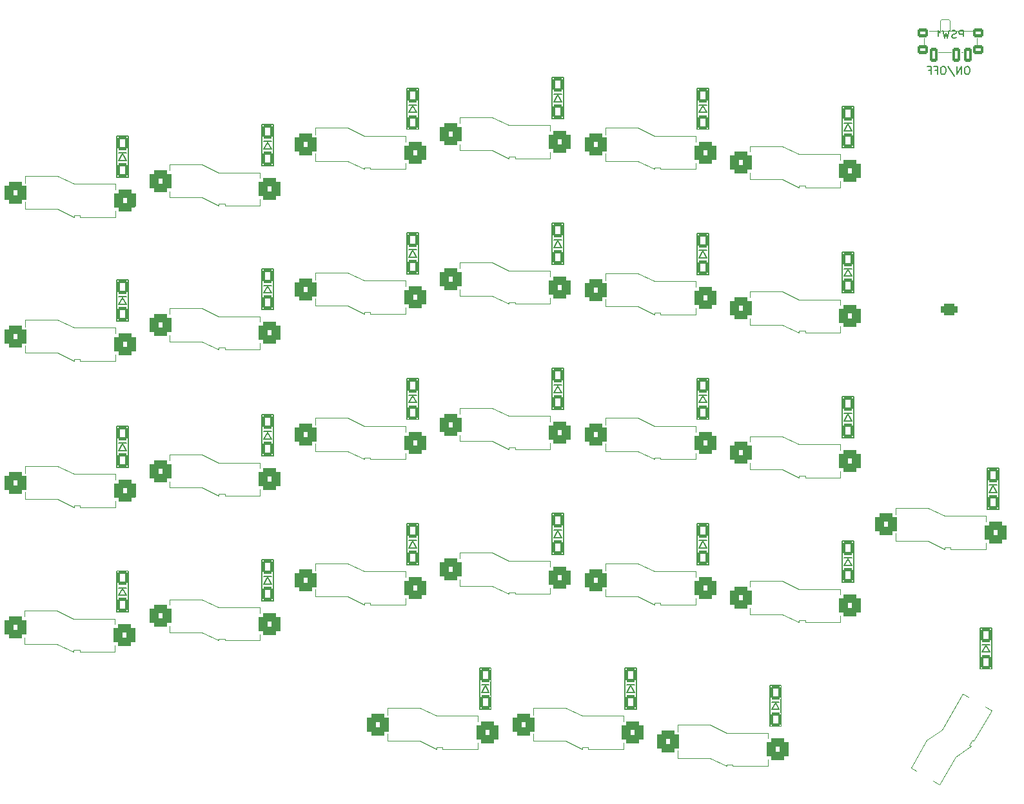
<source format=gbo>
G04 #@! TF.GenerationSoftware,KiCad,Pcbnew,7.0.10*
G04 #@! TF.CreationDate,2024-03-21T01:02:57+01:00*
G04 #@! TF.ProjectId,allium58,616c6c69-756d-4353-982e-6b696361645f,rev?*
G04 #@! TF.SameCoordinates,Original*
G04 #@! TF.FileFunction,Legend,Bot*
G04 #@! TF.FilePolarity,Positive*
%FSLAX46Y46*%
G04 Gerber Fmt 4.6, Leading zero omitted, Abs format (unit mm)*
G04 Created by KiCad (PCBNEW 7.0.10) date 2024-03-21 01:02:57*
%MOMM*%
%LPD*%
G01*
G04 APERTURE LIST*
G04 Aperture macros list*
%AMRoundRect*
0 Rectangle with rounded corners*
0 $1 Rounding radius*
0 $2 $3 $4 $5 $6 $7 $8 $9 X,Y pos of 4 corners*
0 Add a 4 corners polygon primitive as box body*
4,1,4,$2,$3,$4,$5,$6,$7,$8,$9,$2,$3,0*
0 Add four circle primitives for the rounded corners*
1,1,$1+$1,$2,$3*
1,1,$1+$1,$4,$5*
1,1,$1+$1,$6,$7*
1,1,$1+$1,$8,$9*
0 Add four rect primitives between the rounded corners*
20,1,$1+$1,$2,$3,$4,$5,0*
20,1,$1+$1,$4,$5,$6,$7,0*
20,1,$1+$1,$6,$7,$8,$9,0*
20,1,$1+$1,$8,$9,$2,$3,0*%
G04 Aperture macros list end*
%ADD10C,0.150000*%
%ADD11C,0.100000*%
%ADD12C,0.120000*%
%ADD13C,1.924000*%
%ADD14C,2.900000*%
%ADD15C,3.000000*%
%ADD16C,5.250000*%
%ADD17RoundRect,0.580000X-0.870000X-0.895000X0.870000X-0.895000X0.870000X0.895000X-0.870000X0.895000X0*%
%ADD18RoundRect,0.580000X0.340093X-1.200942X1.210093X0.305942X-0.340093X1.200942X-1.210093X-0.305942X0*%
%ADD19O,2.150000X1.600000*%
%ADD20RoundRect,0.400000X0.675000X-0.400000X0.675000X0.400000X-0.675000X0.400000X-0.675000X-0.400000X0*%
%ADD21C,5.100000*%
%ADD22RoundRect,0.200000X-0.500000X0.700000X-0.500000X-0.700000X0.500000X-0.700000X0.500000X0.700000X0*%
%ADD23C,4.400000*%
%ADD24RoundRect,0.200000X-0.500000X-0.400000X0.500000X-0.400000X0.500000X0.400000X-0.500000X0.400000X0*%
%ADD25C,1.300000*%
%ADD26RoundRect,0.200000X-0.350000X-0.750000X0.350000X-0.750000X0.350000X0.750000X-0.350000X0.750000X0*%
G04 APERTURE END LIST*
D10*
X153396744Y-42076019D02*
X153206268Y-42076019D01*
X153206268Y-42076019D02*
X153111030Y-42123638D01*
X153111030Y-42123638D02*
X153015792Y-42218876D01*
X153015792Y-42218876D02*
X152968173Y-42409352D01*
X152968173Y-42409352D02*
X152968173Y-42742685D01*
X152968173Y-42742685D02*
X153015792Y-42933161D01*
X153015792Y-42933161D02*
X153111030Y-43028400D01*
X153111030Y-43028400D02*
X153206268Y-43076019D01*
X153206268Y-43076019D02*
X153396744Y-43076019D01*
X153396744Y-43076019D02*
X153491982Y-43028400D01*
X153491982Y-43028400D02*
X153587220Y-42933161D01*
X153587220Y-42933161D02*
X153634839Y-42742685D01*
X153634839Y-42742685D02*
X153634839Y-42409352D01*
X153634839Y-42409352D02*
X153587220Y-42218876D01*
X153587220Y-42218876D02*
X153491982Y-42123638D01*
X153491982Y-42123638D02*
X153396744Y-42076019D01*
X152539601Y-43076019D02*
X152539601Y-42076019D01*
X152539601Y-42076019D02*
X151968173Y-43076019D01*
X151968173Y-43076019D02*
X151968173Y-42076019D01*
X150777697Y-42028400D02*
X151634839Y-43314114D01*
X150253887Y-42076019D02*
X150063411Y-42076019D01*
X150063411Y-42076019D02*
X149968173Y-42123638D01*
X149968173Y-42123638D02*
X149872935Y-42218876D01*
X149872935Y-42218876D02*
X149825316Y-42409352D01*
X149825316Y-42409352D02*
X149825316Y-42742685D01*
X149825316Y-42742685D02*
X149872935Y-42933161D01*
X149872935Y-42933161D02*
X149968173Y-43028400D01*
X149968173Y-43028400D02*
X150063411Y-43076019D01*
X150063411Y-43076019D02*
X150253887Y-43076019D01*
X150253887Y-43076019D02*
X150349125Y-43028400D01*
X150349125Y-43028400D02*
X150444363Y-42933161D01*
X150444363Y-42933161D02*
X150491982Y-42742685D01*
X150491982Y-42742685D02*
X150491982Y-42409352D01*
X150491982Y-42409352D02*
X150444363Y-42218876D01*
X150444363Y-42218876D02*
X150349125Y-42123638D01*
X150349125Y-42123638D02*
X150253887Y-42076019D01*
X149063411Y-42552209D02*
X149396744Y-42552209D01*
X149396744Y-43076019D02*
X149396744Y-42076019D01*
X149396744Y-42076019D02*
X148920554Y-42076019D01*
X148206268Y-42552209D02*
X148539601Y-42552209D01*
X148539601Y-43076019D02*
X148539601Y-42076019D01*
X148539601Y-42076019D02*
X148063411Y-42076019D01*
X152812613Y-38326219D02*
X152812613Y-37326219D01*
X152812613Y-37326219D02*
X152431661Y-37326219D01*
X152431661Y-37326219D02*
X152336423Y-37373838D01*
X152336423Y-37373838D02*
X152288804Y-37421457D01*
X152288804Y-37421457D02*
X152241185Y-37516695D01*
X152241185Y-37516695D02*
X152241185Y-37659552D01*
X152241185Y-37659552D02*
X152288804Y-37754790D01*
X152288804Y-37754790D02*
X152336423Y-37802409D01*
X152336423Y-37802409D02*
X152431661Y-37850028D01*
X152431661Y-37850028D02*
X152812613Y-37850028D01*
X151860232Y-38278600D02*
X151717375Y-38326219D01*
X151717375Y-38326219D02*
X151479280Y-38326219D01*
X151479280Y-38326219D02*
X151384042Y-38278600D01*
X151384042Y-38278600D02*
X151336423Y-38230980D01*
X151336423Y-38230980D02*
X151288804Y-38135742D01*
X151288804Y-38135742D02*
X151288804Y-38040504D01*
X151288804Y-38040504D02*
X151336423Y-37945266D01*
X151336423Y-37945266D02*
X151384042Y-37897647D01*
X151384042Y-37897647D02*
X151479280Y-37850028D01*
X151479280Y-37850028D02*
X151669756Y-37802409D01*
X151669756Y-37802409D02*
X151764994Y-37754790D01*
X151764994Y-37754790D02*
X151812613Y-37707171D01*
X151812613Y-37707171D02*
X151860232Y-37611933D01*
X151860232Y-37611933D02*
X151860232Y-37516695D01*
X151860232Y-37516695D02*
X151812613Y-37421457D01*
X151812613Y-37421457D02*
X151764994Y-37373838D01*
X151764994Y-37373838D02*
X151669756Y-37326219D01*
X151669756Y-37326219D02*
X151431661Y-37326219D01*
X151431661Y-37326219D02*
X151288804Y-37373838D01*
X150955470Y-37326219D02*
X150717375Y-38326219D01*
X150717375Y-38326219D02*
X150526899Y-37611933D01*
X150526899Y-37611933D02*
X150336423Y-38326219D01*
X150336423Y-38326219D02*
X150098328Y-37326219D01*
X149193566Y-38326219D02*
X149764994Y-38326219D01*
X149479280Y-38326219D02*
X149479280Y-37326219D01*
X149479280Y-37326219D02*
X149574518Y-37469076D01*
X149574518Y-37469076D02*
X149669756Y-37564314D01*
X149669756Y-37564314D02*
X149764994Y-37611933D01*
D11*
X124823100Y-52525000D02*
X124823100Y-56875000D01*
X124823100Y-52525000D02*
X129043100Y-52525000D01*
X124823100Y-56875000D02*
X129043100Y-56875000D01*
X129043100Y-52525000D02*
X131243100Y-53575000D01*
X129043100Y-56875000D02*
X131243100Y-57925000D01*
X131243100Y-57700000D02*
X131243100Y-57925000D01*
X132043100Y-57700000D02*
X131243100Y-57700000D01*
X132043100Y-57925000D02*
X132043100Y-57700000D01*
X136663100Y-53575000D02*
X131243100Y-53575000D01*
X136663100Y-53575000D02*
X136663100Y-57925000D01*
X136663100Y-57925000D02*
X132043100Y-57925000D01*
X105823100Y-50125000D02*
X105823100Y-54475000D01*
X105823100Y-50125000D02*
X110043100Y-50125000D01*
X105823100Y-54475000D02*
X110043100Y-54475000D01*
X110043100Y-50125000D02*
X112243100Y-51175000D01*
X110043100Y-54475000D02*
X112243100Y-55525000D01*
X112243100Y-55300000D02*
X112243100Y-55525000D01*
X113043100Y-55300000D02*
X112243100Y-55300000D01*
X113043100Y-55525000D02*
X113043100Y-55300000D01*
X117663100Y-51175000D02*
X112243100Y-51175000D01*
X117663100Y-51175000D02*
X117663100Y-55525000D01*
X117663100Y-55525000D02*
X113043100Y-55525000D01*
X86723100Y-48735000D02*
X86723100Y-53085000D01*
X86723100Y-48735000D02*
X90943100Y-48735000D01*
X86723100Y-53085000D02*
X90943100Y-53085000D01*
X90943100Y-48735000D02*
X93143100Y-49785000D01*
X90943100Y-53085000D02*
X93143100Y-54135000D01*
X93143100Y-53910000D02*
X93143100Y-54135000D01*
X93943100Y-53910000D02*
X93143100Y-53910000D01*
X93943100Y-54135000D02*
X93943100Y-53910000D01*
X98563100Y-49785000D02*
X93143100Y-49785000D01*
X98563100Y-49785000D02*
X98563100Y-54135000D01*
X98563100Y-54135000D02*
X93943100Y-54135000D01*
X67723100Y-50125000D02*
X67723100Y-54475000D01*
X67723100Y-50125000D02*
X71943100Y-50125000D01*
X67723100Y-54475000D02*
X71943100Y-54475000D01*
X71943100Y-50125000D02*
X74143100Y-51175000D01*
X71943100Y-54475000D02*
X74143100Y-55525000D01*
X74143100Y-55300000D02*
X74143100Y-55525000D01*
X74943100Y-55300000D02*
X74143100Y-55300000D01*
X74943100Y-55525000D02*
X74943100Y-55300000D01*
X79563100Y-51175000D02*
X74143100Y-51175000D01*
X79563100Y-51175000D02*
X79563100Y-55525000D01*
X79563100Y-55525000D02*
X74943100Y-55525000D01*
X48623100Y-54925000D02*
X48623100Y-59275000D01*
X48623100Y-54925000D02*
X52843100Y-54925000D01*
X48623100Y-59275000D02*
X52843100Y-59275000D01*
X52843100Y-54925000D02*
X55043100Y-55975000D01*
X52843100Y-59275000D02*
X55043100Y-60325000D01*
X55043100Y-60100000D02*
X55043100Y-60325000D01*
X55843100Y-60100000D02*
X55043100Y-60100000D01*
X55843100Y-60325000D02*
X55843100Y-60100000D01*
X60463100Y-55975000D02*
X55043100Y-55975000D01*
X60463100Y-55975000D02*
X60463100Y-60325000D01*
X60463100Y-60325000D02*
X55843100Y-60325000D01*
X29623100Y-56425000D02*
X29623100Y-60775000D01*
X29623100Y-56425000D02*
X33843100Y-56425000D01*
X29623100Y-60775000D02*
X33843100Y-60775000D01*
X33843100Y-56425000D02*
X36043100Y-57475000D01*
X33843100Y-60775000D02*
X36043100Y-61825000D01*
X36043100Y-61600000D02*
X36043100Y-61825000D01*
X36843100Y-61600000D02*
X36043100Y-61600000D01*
X36843100Y-61825000D02*
X36843100Y-61600000D01*
X41463100Y-57475000D02*
X36043100Y-57475000D01*
X41463100Y-57475000D02*
X41463100Y-61825000D01*
X41463100Y-61825000D02*
X36843100Y-61825000D01*
X124823100Y-71625000D02*
X124823100Y-75975000D01*
X124823100Y-71625000D02*
X129043100Y-71625000D01*
X124823100Y-75975000D02*
X129043100Y-75975000D01*
X129043100Y-71625000D02*
X131243100Y-72675000D01*
X129043100Y-75975000D02*
X131243100Y-77025000D01*
X131243100Y-76800000D02*
X131243100Y-77025000D01*
X132043100Y-76800000D02*
X131243100Y-76800000D01*
X132043100Y-77025000D02*
X132043100Y-76800000D01*
X136663100Y-72675000D02*
X131243100Y-72675000D01*
X136663100Y-72675000D02*
X136663100Y-77025000D01*
X136663100Y-77025000D02*
X132043100Y-77025000D01*
X105823100Y-69225000D02*
X105823100Y-73575000D01*
X105823100Y-69225000D02*
X110043100Y-69225000D01*
X105823100Y-73575000D02*
X110043100Y-73575000D01*
X110043100Y-69225000D02*
X112243100Y-70275000D01*
X110043100Y-73575000D02*
X112243100Y-74625000D01*
X112243100Y-74400000D02*
X112243100Y-74625000D01*
X113043100Y-74400000D02*
X112243100Y-74400000D01*
X113043100Y-74625000D02*
X113043100Y-74400000D01*
X117663100Y-70275000D02*
X112243100Y-70275000D01*
X117663100Y-70275000D02*
X117663100Y-74625000D01*
X117663100Y-74625000D02*
X113043100Y-74625000D01*
X86723100Y-67825000D02*
X86723100Y-72175000D01*
X86723100Y-67825000D02*
X90943100Y-67825000D01*
X86723100Y-72175000D02*
X90943100Y-72175000D01*
X90943100Y-67825000D02*
X93143100Y-68875000D01*
X90943100Y-72175000D02*
X93143100Y-73225000D01*
X93143100Y-73000000D02*
X93143100Y-73225000D01*
X93943100Y-73000000D02*
X93143100Y-73000000D01*
X93943100Y-73225000D02*
X93943100Y-73000000D01*
X98563100Y-68875000D02*
X93143100Y-68875000D01*
X98563100Y-68875000D02*
X98563100Y-73225000D01*
X98563100Y-73225000D02*
X93943100Y-73225000D01*
X67723100Y-69125000D02*
X67723100Y-73475000D01*
X67723100Y-69125000D02*
X71943100Y-69125000D01*
X67723100Y-73475000D02*
X71943100Y-73475000D01*
X71943100Y-69125000D02*
X74143100Y-70175000D01*
X71943100Y-73475000D02*
X74143100Y-74525000D01*
X74143100Y-74300000D02*
X74143100Y-74525000D01*
X74943100Y-74300000D02*
X74143100Y-74300000D01*
X74943100Y-74525000D02*
X74943100Y-74300000D01*
X79563100Y-70175000D02*
X74143100Y-70175000D01*
X79563100Y-70175000D02*
X79563100Y-74525000D01*
X79563100Y-74525000D02*
X74943100Y-74525000D01*
X48623100Y-73825000D02*
X48623100Y-78175000D01*
X48623100Y-73825000D02*
X52843100Y-73825000D01*
X48623100Y-78175000D02*
X52843100Y-78175000D01*
X52843100Y-73825000D02*
X55043100Y-74875000D01*
X52843100Y-78175000D02*
X55043100Y-79225000D01*
X55043100Y-79000000D02*
X55043100Y-79225000D01*
X55843100Y-79000000D02*
X55043100Y-79000000D01*
X55843100Y-79225000D02*
X55843100Y-79000000D01*
X60463100Y-74875000D02*
X55043100Y-74875000D01*
X60463100Y-74875000D02*
X60463100Y-79225000D01*
X60463100Y-79225000D02*
X55843100Y-79225000D01*
X29623100Y-75325000D02*
X29623100Y-79675000D01*
X29623100Y-75325000D02*
X33843100Y-75325000D01*
X29623100Y-79675000D02*
X33843100Y-79675000D01*
X33843100Y-75325000D02*
X36043100Y-76375000D01*
X33843100Y-79675000D02*
X36043100Y-80725000D01*
X36043100Y-80500000D02*
X36043100Y-80725000D01*
X36843100Y-80500000D02*
X36043100Y-80500000D01*
X36843100Y-80725000D02*
X36843100Y-80500000D01*
X41463100Y-76375000D02*
X36043100Y-76375000D01*
X41463100Y-76375000D02*
X41463100Y-80725000D01*
X41463100Y-80725000D02*
X36843100Y-80725000D01*
X124823100Y-90625000D02*
X124823100Y-94975000D01*
X124823100Y-90625000D02*
X129043100Y-90625000D01*
X124823100Y-94975000D02*
X129043100Y-94975000D01*
X129043100Y-90625000D02*
X131243100Y-91675000D01*
X129043100Y-94975000D02*
X131243100Y-96025000D01*
X131243100Y-95800000D02*
X131243100Y-96025000D01*
X132043100Y-95800000D02*
X131243100Y-95800000D01*
X132043100Y-96025000D02*
X132043100Y-95800000D01*
X136663100Y-91675000D02*
X131243100Y-91675000D01*
X136663100Y-91675000D02*
X136663100Y-96025000D01*
X136663100Y-96025000D02*
X132043100Y-96025000D01*
X105823100Y-88225000D02*
X105823100Y-92575000D01*
X105823100Y-88225000D02*
X110043100Y-88225000D01*
X105823100Y-92575000D02*
X110043100Y-92575000D01*
X110043100Y-88225000D02*
X112243100Y-89275000D01*
X110043100Y-92575000D02*
X112243100Y-93625000D01*
X112243100Y-93400000D02*
X112243100Y-93625000D01*
X113043100Y-93400000D02*
X112243100Y-93400000D01*
X113043100Y-93625000D02*
X113043100Y-93400000D01*
X117663100Y-89275000D02*
X112243100Y-89275000D01*
X117663100Y-89275000D02*
X117663100Y-93625000D01*
X117663100Y-93625000D02*
X113043100Y-93625000D01*
X86723100Y-86925000D02*
X86723100Y-91275000D01*
X86723100Y-86925000D02*
X90943100Y-86925000D01*
X86723100Y-91275000D02*
X90943100Y-91275000D01*
X90943100Y-86925000D02*
X93143100Y-87975000D01*
X90943100Y-91275000D02*
X93143100Y-92325000D01*
X93143100Y-92100000D02*
X93143100Y-92325000D01*
X93943100Y-92100000D02*
X93143100Y-92100000D01*
X93943100Y-92325000D02*
X93943100Y-92100000D01*
X98563100Y-87975000D02*
X93143100Y-87975000D01*
X98563100Y-87975000D02*
X98563100Y-92325000D01*
X98563100Y-92325000D02*
X93943100Y-92325000D01*
X67723100Y-88225000D02*
X67723100Y-92575000D01*
X67723100Y-88225000D02*
X71943100Y-88225000D01*
X67723100Y-92575000D02*
X71943100Y-92575000D01*
X71943100Y-88225000D02*
X74143100Y-89275000D01*
X71943100Y-92575000D02*
X74143100Y-93625000D01*
X74143100Y-93400000D02*
X74143100Y-93625000D01*
X74943100Y-93400000D02*
X74143100Y-93400000D01*
X74943100Y-93625000D02*
X74943100Y-93400000D01*
X79563100Y-89275000D02*
X74143100Y-89275000D01*
X79563100Y-89275000D02*
X79563100Y-93625000D01*
X79563100Y-93625000D02*
X74943100Y-93625000D01*
X48623100Y-93025000D02*
X48623100Y-97375000D01*
X48623100Y-93025000D02*
X52843100Y-93025000D01*
X48623100Y-97375000D02*
X52843100Y-97375000D01*
X52843100Y-93025000D02*
X55043100Y-94075000D01*
X52843100Y-97375000D02*
X55043100Y-98425000D01*
X55043100Y-98200000D02*
X55043100Y-98425000D01*
X55843100Y-98200000D02*
X55043100Y-98200000D01*
X55843100Y-98425000D02*
X55843100Y-98200000D01*
X60463100Y-94075000D02*
X55043100Y-94075000D01*
X60463100Y-94075000D02*
X60463100Y-98425000D01*
X60463100Y-98425000D02*
X55843100Y-98425000D01*
X29623100Y-94525000D02*
X29623100Y-98875000D01*
X29623100Y-94525000D02*
X33843100Y-94525000D01*
X29623100Y-98875000D02*
X33843100Y-98875000D01*
X33843100Y-94525000D02*
X36043100Y-95575000D01*
X33843100Y-98875000D02*
X36043100Y-99925000D01*
X36043100Y-99700000D02*
X36043100Y-99925000D01*
X36843100Y-99700000D02*
X36043100Y-99700000D01*
X36843100Y-99925000D02*
X36843100Y-99700000D01*
X41463100Y-95575000D02*
X36043100Y-95575000D01*
X41463100Y-95575000D02*
X41463100Y-99925000D01*
X41463100Y-99925000D02*
X36843100Y-99925000D01*
X124823100Y-109625000D02*
X124823100Y-113975000D01*
X124823100Y-109625000D02*
X129043100Y-109625000D01*
X124823100Y-113975000D02*
X129043100Y-113975000D01*
X129043100Y-109625000D02*
X131243100Y-110675000D01*
X129043100Y-113975000D02*
X131243100Y-115025000D01*
X131243100Y-114800000D02*
X131243100Y-115025000D01*
X132043100Y-114800000D02*
X131243100Y-114800000D01*
X132043100Y-115025000D02*
X132043100Y-114800000D01*
X136663100Y-110675000D02*
X131243100Y-110675000D01*
X136663100Y-110675000D02*
X136663100Y-115025000D01*
X136663100Y-115025000D02*
X132043100Y-115025000D01*
X105823100Y-107325000D02*
X105823100Y-111675000D01*
X105823100Y-107325000D02*
X110043100Y-107325000D01*
X105823100Y-111675000D02*
X110043100Y-111675000D01*
X110043100Y-107325000D02*
X112243100Y-108375000D01*
X110043100Y-111675000D02*
X112243100Y-112725000D01*
X112243100Y-112500000D02*
X112243100Y-112725000D01*
X113043100Y-112500000D02*
X112243100Y-112500000D01*
X113043100Y-112725000D02*
X113043100Y-112500000D01*
X117663100Y-108375000D02*
X112243100Y-108375000D01*
X117663100Y-108375000D02*
X117663100Y-112725000D01*
X117663100Y-112725000D02*
X113043100Y-112725000D01*
X86723100Y-105925000D02*
X86723100Y-110275000D01*
X86723100Y-105925000D02*
X90943100Y-105925000D01*
X86723100Y-110275000D02*
X90943100Y-110275000D01*
X90943100Y-105925000D02*
X93143100Y-106975000D01*
X90943100Y-110275000D02*
X93143100Y-111325000D01*
X93143100Y-111100000D02*
X93143100Y-111325000D01*
X93943100Y-111100000D02*
X93143100Y-111100000D01*
X93943100Y-111325000D02*
X93943100Y-111100000D01*
X98563100Y-106975000D02*
X93143100Y-106975000D01*
X98563100Y-106975000D02*
X98563100Y-111325000D01*
X98563100Y-111325000D02*
X93943100Y-111325000D01*
X67723100Y-107325000D02*
X67723100Y-111675000D01*
X67723100Y-107325000D02*
X71943100Y-107325000D01*
X67723100Y-111675000D02*
X71943100Y-111675000D01*
X71943100Y-107325000D02*
X74143100Y-108375000D01*
X71943100Y-111675000D02*
X74143100Y-112725000D01*
X74143100Y-112500000D02*
X74143100Y-112725000D01*
X74943100Y-112500000D02*
X74143100Y-112500000D01*
X74943100Y-112725000D02*
X74943100Y-112500000D01*
X79563100Y-108375000D02*
X74143100Y-108375000D01*
X79563100Y-108375000D02*
X79563100Y-112725000D01*
X79563100Y-112725000D02*
X74943100Y-112725000D01*
X48623100Y-112025000D02*
X48623100Y-116375000D01*
X48623100Y-112025000D02*
X52843100Y-112025000D01*
X48623100Y-116375000D02*
X52843100Y-116375000D01*
X52843100Y-112025000D02*
X55043100Y-113075000D01*
X52843100Y-116375000D02*
X55043100Y-117425000D01*
X55043100Y-117200000D02*
X55043100Y-117425000D01*
X55843100Y-117200000D02*
X55043100Y-117200000D01*
X55843100Y-117425000D02*
X55843100Y-117200000D01*
X60463100Y-113075000D02*
X55043100Y-113075000D01*
X60463100Y-113075000D02*
X60463100Y-117425000D01*
X60463100Y-117425000D02*
X55843100Y-117425000D01*
X29573100Y-113525000D02*
X29573100Y-117875000D01*
X29573100Y-113525000D02*
X33793100Y-113525000D01*
X29573100Y-117875000D02*
X33793100Y-117875000D01*
X33793100Y-113525000D02*
X35993100Y-114575000D01*
X33793100Y-117875000D02*
X35993100Y-118925000D01*
X35993100Y-118700000D02*
X35993100Y-118925000D01*
X36793100Y-118700000D02*
X35993100Y-118700000D01*
X36793100Y-118925000D02*
X36793100Y-118700000D01*
X41413100Y-114575000D02*
X35993100Y-114575000D01*
X41413100Y-114575000D02*
X41413100Y-118925000D01*
X41413100Y-118925000D02*
X36793100Y-118925000D01*
X143923100Y-100025000D02*
X143923100Y-104375000D01*
X143923100Y-100025000D02*
X148143100Y-100025000D01*
X143923100Y-104375000D02*
X148143100Y-104375000D01*
X148143100Y-100025000D02*
X150343100Y-101075000D01*
X148143100Y-104375000D02*
X150343100Y-105425000D01*
X150343100Y-105200000D02*
X150343100Y-105425000D01*
X151143100Y-105200000D02*
X150343100Y-105200000D01*
X151143100Y-105425000D02*
X151143100Y-105200000D01*
X155763100Y-101075000D02*
X150343100Y-101075000D01*
X155763100Y-101075000D02*
X155763100Y-105425000D01*
X155763100Y-105425000D02*
X151143100Y-105425000D01*
X145917314Y-134164463D02*
X149684525Y-136339463D01*
X145917314Y-134164463D02*
X148027314Y-130509836D01*
X149684525Y-136339463D02*
X151794525Y-132684836D01*
X148027314Y-130509836D02*
X150036641Y-129129580D01*
X151794525Y-132684836D02*
X153803851Y-131304580D01*
X153608996Y-131192080D02*
X153803851Y-131304580D01*
X154008996Y-130499260D02*
X153608996Y-131192080D01*
X154203851Y-130611760D02*
X154008996Y-130499260D01*
X152746641Y-124435722D02*
X150036641Y-129129580D01*
X152746641Y-124435722D02*
X156513851Y-126610722D01*
X156513851Y-126610722D02*
X154203851Y-130611760D01*
X115323100Y-128525000D02*
X115323100Y-132875000D01*
X115323100Y-128525000D02*
X119543100Y-128525000D01*
X115323100Y-132875000D02*
X119543100Y-132875000D01*
X119543100Y-128525000D02*
X121743100Y-129575000D01*
X119543100Y-132875000D02*
X121743100Y-133925000D01*
X121743100Y-133700000D02*
X121743100Y-133925000D01*
X122543100Y-133700000D02*
X121743100Y-133700000D01*
X122543100Y-133925000D02*
X122543100Y-133700000D01*
X127163100Y-129575000D02*
X121743100Y-129575000D01*
X127163100Y-129575000D02*
X127163100Y-133925000D01*
X127163100Y-133925000D02*
X122543100Y-133925000D01*
X96323100Y-126275000D02*
X96323100Y-130625000D01*
X96323100Y-126275000D02*
X100543100Y-126275000D01*
X96323100Y-130625000D02*
X100543100Y-130625000D01*
X100543100Y-126275000D02*
X102743100Y-127325000D01*
X100543100Y-130625000D02*
X102743100Y-131675000D01*
X102743100Y-131450000D02*
X102743100Y-131675000D01*
X103543100Y-131450000D02*
X102743100Y-131450000D01*
X103543100Y-131675000D02*
X103543100Y-131450000D01*
X108163100Y-127325000D02*
X102743100Y-127325000D01*
X108163100Y-127325000D02*
X108163100Y-131675000D01*
X108163100Y-131675000D02*
X103543100Y-131675000D01*
X77223100Y-126275000D02*
X77223100Y-130625000D01*
X77223100Y-126275000D02*
X81443100Y-126275000D01*
X77223100Y-130625000D02*
X81443100Y-130625000D01*
X81443100Y-126275000D02*
X83643100Y-127325000D01*
X81443100Y-130625000D02*
X83643100Y-131675000D01*
X83643100Y-131450000D02*
X83643100Y-131675000D01*
X84443100Y-131450000D02*
X83643100Y-131450000D01*
X84443100Y-131675000D02*
X84443100Y-131450000D01*
X89063100Y-127325000D02*
X83643100Y-127325000D01*
X89063100Y-127325000D02*
X89063100Y-131675000D01*
X89063100Y-131675000D02*
X84443100Y-131675000D01*
D10*
X138388100Y-47300000D02*
X138388100Y-52700000D01*
X136888100Y-47300000D02*
X138388100Y-47300000D01*
X137138100Y-49500000D02*
X138138100Y-49500000D01*
X137638100Y-49600000D02*
X137138100Y-50500000D01*
X138138100Y-50500000D02*
X137638100Y-49600000D01*
X137138100Y-50500000D02*
X138138100Y-50500000D01*
X136888100Y-52700000D02*
X136888100Y-47300000D01*
X136888100Y-52700000D02*
X138388100Y-52700000D01*
X119388100Y-44900000D02*
X119388100Y-50300000D01*
X117888100Y-44900000D02*
X119388100Y-44900000D01*
X118138100Y-47100000D02*
X119138100Y-47100000D01*
X118638100Y-47200000D02*
X118138100Y-48100000D01*
X119138100Y-48100000D02*
X118638100Y-47200000D01*
X118138100Y-48100000D02*
X119138100Y-48100000D01*
X117888100Y-50300000D02*
X117888100Y-44900000D01*
X117888100Y-50300000D02*
X119388100Y-50300000D01*
X100288100Y-43510000D02*
X100288100Y-48910000D01*
X98788100Y-43510000D02*
X100288100Y-43510000D01*
X99038100Y-45710000D02*
X100038100Y-45710000D01*
X99538100Y-45810000D02*
X99038100Y-46710000D01*
X100038100Y-46710000D02*
X99538100Y-45810000D01*
X99038100Y-46710000D02*
X100038100Y-46710000D01*
X98788100Y-48910000D02*
X98788100Y-43510000D01*
X98788100Y-48910000D02*
X100288100Y-48910000D01*
X81288100Y-44900000D02*
X81288100Y-50300000D01*
X79788100Y-44900000D02*
X81288100Y-44900000D01*
X80038100Y-47100000D02*
X81038100Y-47100000D01*
X80538100Y-47200000D02*
X80038100Y-48100000D01*
X81038100Y-48100000D02*
X80538100Y-47200000D01*
X80038100Y-48100000D02*
X81038100Y-48100000D01*
X79788100Y-50300000D02*
X79788100Y-44900000D01*
X79788100Y-50300000D02*
X81288100Y-50300000D01*
X62188100Y-49700000D02*
X62188100Y-55100000D01*
X60688100Y-49700000D02*
X62188100Y-49700000D01*
X60938100Y-51900000D02*
X61938100Y-51900000D01*
X61438100Y-52000000D02*
X60938100Y-52900000D01*
X61938100Y-52900000D02*
X61438100Y-52000000D01*
X60938100Y-52900000D02*
X61938100Y-52900000D01*
X60688100Y-55100000D02*
X60688100Y-49700000D01*
X60688100Y-55100000D02*
X62188100Y-55100000D01*
X43188100Y-51200000D02*
X43188100Y-56600000D01*
X41688100Y-51200000D02*
X43188100Y-51200000D01*
X41938100Y-53400000D02*
X42938100Y-53400000D01*
X42438100Y-53500000D02*
X41938100Y-54400000D01*
X42938100Y-54400000D02*
X42438100Y-53500000D01*
X41938100Y-54400000D02*
X42938100Y-54400000D01*
X41688100Y-56600000D02*
X41688100Y-51200000D01*
X41688100Y-56600000D02*
X43188100Y-56600000D01*
X138388100Y-66400000D02*
X138388100Y-71800000D01*
X136888100Y-66400000D02*
X138388100Y-66400000D01*
X137138100Y-68600000D02*
X138138100Y-68600000D01*
X137638100Y-68700000D02*
X137138100Y-69600000D01*
X138138100Y-69600000D02*
X137638100Y-68700000D01*
X137138100Y-69600000D02*
X138138100Y-69600000D01*
X136888100Y-71800000D02*
X136888100Y-66400000D01*
X136888100Y-71800000D02*
X138388100Y-71800000D01*
X119388100Y-64000000D02*
X119388100Y-69400000D01*
X117888100Y-64000000D02*
X119388100Y-64000000D01*
X118138100Y-66200000D02*
X119138100Y-66200000D01*
X118638100Y-66300000D02*
X118138100Y-67200000D01*
X119138100Y-67200000D02*
X118638100Y-66300000D01*
X118138100Y-67200000D02*
X119138100Y-67200000D01*
X117888100Y-69400000D02*
X117888100Y-64000000D01*
X117888100Y-69400000D02*
X119388100Y-69400000D01*
X100288100Y-62600000D02*
X100288100Y-68000000D01*
X98788100Y-62600000D02*
X100288100Y-62600000D01*
X99038100Y-64800000D02*
X100038100Y-64800000D01*
X99538100Y-64900000D02*
X99038100Y-65800000D01*
X100038100Y-65800000D02*
X99538100Y-64900000D01*
X99038100Y-65800000D02*
X100038100Y-65800000D01*
X98788100Y-68000000D02*
X98788100Y-62600000D01*
X98788100Y-68000000D02*
X100288100Y-68000000D01*
X81288100Y-63900000D02*
X81288100Y-69300000D01*
X79788100Y-63900000D02*
X81288100Y-63900000D01*
X80038100Y-66100000D02*
X81038100Y-66100000D01*
X80538100Y-66200000D02*
X80038100Y-67100000D01*
X81038100Y-67100000D02*
X80538100Y-66200000D01*
X80038100Y-67100000D02*
X81038100Y-67100000D01*
X79788100Y-69300000D02*
X79788100Y-63900000D01*
X79788100Y-69300000D02*
X81288100Y-69300000D01*
X62188100Y-68600000D02*
X62188100Y-74000000D01*
X60688100Y-68600000D02*
X62188100Y-68600000D01*
X60938100Y-70800000D02*
X61938100Y-70800000D01*
X61438100Y-70900000D02*
X60938100Y-71800000D01*
X61938100Y-71800000D02*
X61438100Y-70900000D01*
X60938100Y-71800000D02*
X61938100Y-71800000D01*
X60688100Y-74000000D02*
X60688100Y-68600000D01*
X60688100Y-74000000D02*
X62188100Y-74000000D01*
X43188100Y-70100000D02*
X43188100Y-75500000D01*
X41688100Y-70100000D02*
X43188100Y-70100000D01*
X41938100Y-72300000D02*
X42938100Y-72300000D01*
X42438100Y-72400000D02*
X41938100Y-73300000D01*
X42938100Y-73300000D02*
X42438100Y-72400000D01*
X41938100Y-73300000D02*
X42938100Y-73300000D01*
X41688100Y-75500000D02*
X41688100Y-70100000D01*
X41688100Y-75500000D02*
X43188100Y-75500000D01*
X138388100Y-85400000D02*
X138388100Y-90800000D01*
X136888100Y-85400000D02*
X138388100Y-85400000D01*
X137138100Y-87600000D02*
X138138100Y-87600000D01*
X137638100Y-87700000D02*
X137138100Y-88600000D01*
X138138100Y-88600000D02*
X137638100Y-87700000D01*
X137138100Y-88600000D02*
X138138100Y-88600000D01*
X136888100Y-90800000D02*
X136888100Y-85400000D01*
X136888100Y-90800000D02*
X138388100Y-90800000D01*
X119388100Y-83000000D02*
X119388100Y-88400000D01*
X117888100Y-83000000D02*
X119388100Y-83000000D01*
X118138100Y-85200000D02*
X119138100Y-85200000D01*
X118638100Y-85300000D02*
X118138100Y-86200000D01*
X119138100Y-86200000D02*
X118638100Y-85300000D01*
X118138100Y-86200000D02*
X119138100Y-86200000D01*
X117888100Y-88400000D02*
X117888100Y-83000000D01*
X117888100Y-88400000D02*
X119388100Y-88400000D01*
X100288100Y-81700000D02*
X100288100Y-87100000D01*
X98788100Y-81700000D02*
X100288100Y-81700000D01*
X99038100Y-83900000D02*
X100038100Y-83900000D01*
X99538100Y-84000000D02*
X99038100Y-84900000D01*
X100038100Y-84900000D02*
X99538100Y-84000000D01*
X99038100Y-84900000D02*
X100038100Y-84900000D01*
X98788100Y-87100000D02*
X98788100Y-81700000D01*
X98788100Y-87100000D02*
X100288100Y-87100000D01*
X81288100Y-83000000D02*
X81288100Y-88400000D01*
X79788100Y-83000000D02*
X81288100Y-83000000D01*
X80038100Y-85200000D02*
X81038100Y-85200000D01*
X80538100Y-85300000D02*
X80038100Y-86200000D01*
X81038100Y-86200000D02*
X80538100Y-85300000D01*
X80038100Y-86200000D02*
X81038100Y-86200000D01*
X79788100Y-88400000D02*
X79788100Y-83000000D01*
X79788100Y-88400000D02*
X81288100Y-88400000D01*
X62188100Y-87800000D02*
X62188100Y-93200000D01*
X60688100Y-87800000D02*
X62188100Y-87800000D01*
X60938100Y-90000000D02*
X61938100Y-90000000D01*
X61438100Y-90100000D02*
X60938100Y-91000000D01*
X61938100Y-91000000D02*
X61438100Y-90100000D01*
X60938100Y-91000000D02*
X61938100Y-91000000D01*
X60688100Y-93200000D02*
X60688100Y-87800000D01*
X60688100Y-93200000D02*
X62188100Y-93200000D01*
X43188100Y-89300000D02*
X43188100Y-94700000D01*
X41688100Y-89300000D02*
X43188100Y-89300000D01*
X41938100Y-91500000D02*
X42938100Y-91500000D01*
X42438100Y-91600000D02*
X41938100Y-92500000D01*
X42938100Y-92500000D02*
X42438100Y-91600000D01*
X41938100Y-92500000D02*
X42938100Y-92500000D01*
X41688100Y-94700000D02*
X41688100Y-89300000D01*
X41688100Y-94700000D02*
X43188100Y-94700000D01*
X138388100Y-104400000D02*
X138388100Y-109800000D01*
X136888100Y-104400000D02*
X138388100Y-104400000D01*
X137138100Y-106600000D02*
X138138100Y-106600000D01*
X137638100Y-106700000D02*
X137138100Y-107600000D01*
X138138100Y-107600000D02*
X137638100Y-106700000D01*
X137138100Y-107600000D02*
X138138100Y-107600000D01*
X136888100Y-109800000D02*
X136888100Y-104400000D01*
X136888100Y-109800000D02*
X138388100Y-109800000D01*
X119388100Y-102100000D02*
X119388100Y-107500000D01*
X117888100Y-102100000D02*
X119388100Y-102100000D01*
X118138100Y-104300000D02*
X119138100Y-104300000D01*
X118638100Y-104400000D02*
X118138100Y-105300000D01*
X119138100Y-105300000D02*
X118638100Y-104400000D01*
X118138100Y-105300000D02*
X119138100Y-105300000D01*
X117888100Y-107500000D02*
X117888100Y-102100000D01*
X117888100Y-107500000D02*
X119388100Y-107500000D01*
X100288100Y-100700000D02*
X100288100Y-106100000D01*
X98788100Y-100700000D02*
X100288100Y-100700000D01*
X99038100Y-102900000D02*
X100038100Y-102900000D01*
X99538100Y-103000000D02*
X99038100Y-103900000D01*
X100038100Y-103900000D02*
X99538100Y-103000000D01*
X99038100Y-103900000D02*
X100038100Y-103900000D01*
X98788100Y-106100000D02*
X98788100Y-100700000D01*
X98788100Y-106100000D02*
X100288100Y-106100000D01*
X81288100Y-102100000D02*
X81288100Y-107500000D01*
X79788100Y-102100000D02*
X81288100Y-102100000D01*
X80038100Y-104300000D02*
X81038100Y-104300000D01*
X80538100Y-104400000D02*
X80038100Y-105300000D01*
X81038100Y-105300000D02*
X80538100Y-104400000D01*
X80038100Y-105300000D02*
X81038100Y-105300000D01*
X79788100Y-107500000D02*
X79788100Y-102100000D01*
X79788100Y-107500000D02*
X81288100Y-107500000D01*
X62188100Y-106800000D02*
X62188100Y-112200000D01*
X60688100Y-106800000D02*
X62188100Y-106800000D01*
X60938100Y-109000000D02*
X61938100Y-109000000D01*
X61438100Y-109100000D02*
X60938100Y-110000000D01*
X61938100Y-110000000D02*
X61438100Y-109100000D01*
X60938100Y-110000000D02*
X61938100Y-110000000D01*
X60688100Y-112200000D02*
X60688100Y-106800000D01*
X60688100Y-112200000D02*
X62188100Y-112200000D01*
X43138100Y-108300000D02*
X43138100Y-113700000D01*
X41638100Y-108300000D02*
X43138100Y-108300000D01*
X41888100Y-110500000D02*
X42888100Y-110500000D01*
X42388100Y-110600000D02*
X41888100Y-111500000D01*
X42888100Y-111500000D02*
X42388100Y-110600000D01*
X41888100Y-111500000D02*
X42888100Y-111500000D01*
X41638100Y-113700000D02*
X41638100Y-108300000D01*
X41638100Y-113700000D02*
X43138100Y-113700000D01*
X157488100Y-94800000D02*
X157488100Y-100200000D01*
X155988100Y-94800000D02*
X157488100Y-94800000D01*
X156238100Y-97000000D02*
X157238100Y-97000000D01*
X156738100Y-97100000D02*
X156238100Y-98000000D01*
X157238100Y-98000000D02*
X156738100Y-97100000D01*
X156238100Y-98000000D02*
X157238100Y-98000000D01*
X155988100Y-100200000D02*
X155988100Y-94800000D01*
X155988100Y-100200000D02*
X157488100Y-100200000D01*
X156502800Y-115765600D02*
X156502800Y-121165600D01*
X155002800Y-115765600D02*
X156502800Y-115765600D01*
X155252800Y-117965600D02*
X156252800Y-117965600D01*
X155752800Y-118065600D02*
X155252800Y-118965600D01*
X156252800Y-118965600D02*
X155752800Y-118065600D01*
X155252800Y-118965600D02*
X156252800Y-118965600D01*
X155002800Y-121165600D02*
X155002800Y-115765600D01*
X155002800Y-121165600D02*
X156502800Y-121165600D01*
X128888100Y-123300000D02*
X128888100Y-128700000D01*
X127388100Y-123300000D02*
X128888100Y-123300000D01*
X127638100Y-125500000D02*
X128638100Y-125500000D01*
X128138100Y-125600000D02*
X127638100Y-126500000D01*
X128638100Y-126500000D02*
X128138100Y-125600000D01*
X127638100Y-126500000D02*
X128638100Y-126500000D01*
X127388100Y-128700000D02*
X127388100Y-123300000D01*
X127388100Y-128700000D02*
X128888100Y-128700000D01*
X109888100Y-121050000D02*
X109888100Y-126450000D01*
X108388100Y-121050000D02*
X109888100Y-121050000D01*
X108638100Y-123250000D02*
X109638100Y-123250000D01*
X109138100Y-123350000D02*
X108638100Y-124250000D01*
X109638100Y-124250000D02*
X109138100Y-123350000D01*
X108638100Y-124250000D02*
X109638100Y-124250000D01*
X108388100Y-126450000D02*
X108388100Y-121050000D01*
X108388100Y-126450000D02*
X109888100Y-126450000D01*
X90788100Y-121050000D02*
X90788100Y-126450000D01*
X89288100Y-121050000D02*
X90788100Y-121050000D01*
X89538100Y-123250000D02*
X90538100Y-123250000D01*
X90038100Y-123350000D02*
X89538100Y-124250000D01*
X90538100Y-124250000D02*
X90038100Y-123350000D01*
X89538100Y-124250000D02*
X90538100Y-124250000D01*
X89288100Y-126450000D02*
X89288100Y-121050000D01*
X89288100Y-126450000D02*
X90788100Y-126450000D01*
D12*
X147688100Y-39153000D02*
X147688100Y-38363000D01*
X148288100Y-37353000D02*
X153988100Y-37353000D01*
X149538100Y-40203000D02*
X151238100Y-40203000D01*
X149738100Y-36063000D02*
X149938100Y-35853000D01*
X149738100Y-37353000D02*
X149738100Y-36063000D01*
X149938100Y-35853000D02*
X150838100Y-35853000D01*
X151038100Y-36063000D02*
X150838100Y-35853000D01*
X151038100Y-36063000D02*
X151038100Y-37353000D01*
X152538100Y-40203000D02*
X152738100Y-40203000D01*
X154588100Y-38363000D02*
X154588100Y-39153000D01*
%LPC*%
D13*
X158749500Y-41522000D03*
X158749500Y-44062000D03*
X158749500Y-46602000D03*
X158749500Y-49142000D03*
X158749500Y-51682000D03*
X158749500Y-54222000D03*
X158749500Y-56762000D03*
X158749500Y-59302000D03*
X158749500Y-61842000D03*
X158749500Y-64382000D03*
X158749500Y-66922000D03*
X158749500Y-69462000D03*
X143529500Y-69462000D03*
X143529500Y-66922000D03*
X143529500Y-64382000D03*
X143529500Y-61842000D03*
X143529500Y-59302000D03*
X143529500Y-56762000D03*
X143529500Y-54222000D03*
X143529500Y-51682000D03*
X143529500Y-49142000D03*
X143529500Y-46602000D03*
X143529500Y-44062000D03*
X143529500Y-41522000D03*
D14*
X166370000Y-46505000D03*
X166370000Y-40005000D03*
D15*
X127238100Y-54700000D03*
D16*
X131638100Y-50000000D03*
D15*
X134238100Y-55750000D03*
D17*
X123563100Y-54700000D03*
X137913100Y-55750000D03*
D15*
X108238100Y-52300000D03*
D16*
X112638100Y-47600000D03*
D15*
X115238100Y-53350000D03*
D17*
X104563100Y-52300000D03*
X118913100Y-53350000D03*
D15*
X89138100Y-50910000D03*
D16*
X93538100Y-46210000D03*
D15*
X96138100Y-51960000D03*
D17*
X85463100Y-50910000D03*
X99813100Y-51960000D03*
D15*
X70138100Y-52300000D03*
D16*
X74538100Y-47600000D03*
D15*
X77138100Y-53350000D03*
D17*
X66463100Y-52300000D03*
X80813100Y-53350000D03*
D15*
X51038100Y-57100000D03*
D16*
X55438100Y-52400000D03*
D15*
X58038100Y-58150000D03*
D17*
X47363100Y-57100000D03*
X61713100Y-58150000D03*
D15*
X32038100Y-58600000D03*
D16*
X36438100Y-53900000D03*
D15*
X39038100Y-59650000D03*
D17*
X28363100Y-58600000D03*
X42713100Y-59650000D03*
D15*
X127238100Y-73800000D03*
D16*
X131638100Y-69100000D03*
D15*
X134238100Y-74850000D03*
D17*
X123563100Y-73800000D03*
X137913100Y-74850000D03*
D15*
X108238100Y-71400000D03*
D16*
X112638100Y-66700000D03*
D15*
X115238100Y-72450000D03*
D17*
X104563100Y-71400000D03*
X118913100Y-72450000D03*
D15*
X89138100Y-70000000D03*
D16*
X93538100Y-65300000D03*
D15*
X96138100Y-71050000D03*
D17*
X85463100Y-70000000D03*
X99813100Y-71050000D03*
D15*
X70138100Y-71300000D03*
D16*
X74538100Y-66600000D03*
D15*
X77138100Y-72350000D03*
D17*
X66463100Y-71300000D03*
X80813100Y-72350000D03*
D15*
X51038100Y-76000000D03*
D16*
X55438100Y-71300000D03*
D15*
X58038100Y-77050000D03*
D17*
X47363100Y-76000000D03*
X61713100Y-77050000D03*
D15*
X32038100Y-77500000D03*
D16*
X36438100Y-72800000D03*
D15*
X39038100Y-78550000D03*
D17*
X28363100Y-77500000D03*
X42713100Y-78550000D03*
D15*
X127238100Y-92800000D03*
D16*
X131638100Y-88100000D03*
D15*
X134238100Y-93850000D03*
D17*
X123563100Y-92800000D03*
X137913100Y-93850000D03*
D15*
X108238100Y-90400000D03*
D16*
X112638100Y-85700000D03*
D15*
X115238100Y-91450000D03*
D17*
X104563100Y-90400000D03*
X118913100Y-91450000D03*
D15*
X89138100Y-89100000D03*
D16*
X93538100Y-84400000D03*
D15*
X96138100Y-90150000D03*
D17*
X85463100Y-89100000D03*
X99813100Y-90150000D03*
D15*
X70138100Y-90400000D03*
D16*
X74538100Y-85700000D03*
D15*
X77138100Y-91450000D03*
D17*
X66463100Y-90400000D03*
X80813100Y-91450000D03*
D15*
X51038100Y-95200000D03*
D16*
X55438100Y-90500000D03*
D15*
X58038100Y-96250000D03*
D17*
X47363100Y-95200000D03*
X61713100Y-96250000D03*
D15*
X32038100Y-96700000D03*
D16*
X36438100Y-92000000D03*
D15*
X39038100Y-97750000D03*
D17*
X28363100Y-96700000D03*
X42713100Y-97750000D03*
D15*
X127238100Y-111800000D03*
D16*
X131638100Y-107100000D03*
D15*
X134238100Y-112850000D03*
D17*
X123563100Y-111800000D03*
X137913100Y-112850000D03*
D15*
X108238100Y-109500000D03*
D16*
X112638100Y-104800000D03*
D15*
X115238100Y-110550000D03*
D17*
X104563100Y-109500000D03*
X118913100Y-110550000D03*
D15*
X89138100Y-108100000D03*
D16*
X93538100Y-103400000D03*
D15*
X96138100Y-109150000D03*
D17*
X85463100Y-108100000D03*
X99813100Y-109150000D03*
D15*
X70138100Y-109500000D03*
D16*
X74538100Y-104800000D03*
D15*
X77138100Y-110550000D03*
D17*
X66463100Y-109500000D03*
X80813100Y-110550000D03*
D15*
X51038100Y-114200000D03*
D16*
X55438100Y-109500000D03*
D15*
X58038100Y-115250000D03*
D17*
X47363100Y-114200000D03*
X61713100Y-115250000D03*
D15*
X31988100Y-115700000D03*
D16*
X36388100Y-111000000D03*
D15*
X38988100Y-116750000D03*
D17*
X28313100Y-115700000D03*
X42663100Y-116750000D03*
D15*
X146338100Y-102200000D03*
D16*
X150738100Y-97500000D03*
D15*
X153338100Y-103250000D03*
D17*
X142663100Y-102200000D03*
X157013100Y-103250000D03*
D15*
X149008419Y-133160512D03*
D16*
X147138100Y-127000000D03*
D15*
X153417746Y-127623334D03*
D18*
X147170919Y-136343155D03*
X155255246Y-124440691D03*
D15*
X117738100Y-130700000D03*
D16*
X122138100Y-126000000D03*
D15*
X124738100Y-131750000D03*
D17*
X114063100Y-130700000D03*
X128413100Y-131750000D03*
D15*
X98738100Y-128450000D03*
D16*
X103138100Y-123750000D03*
D15*
X105738100Y-129500000D03*
D17*
X95063100Y-128450000D03*
X109413100Y-129500000D03*
D15*
X79638100Y-128450000D03*
D16*
X84038100Y-123750000D03*
D15*
X86638100Y-129500000D03*
D17*
X75963100Y-128450000D03*
X90313100Y-129500000D03*
D19*
X150952200Y-75930000D03*
D20*
X150952200Y-73930000D03*
D21*
X122538100Y-59600000D03*
X46338100Y-61800000D03*
X122538100Y-97600000D03*
X46338100Y-100000000D03*
X147138100Y-114800000D03*
D22*
X137638100Y-48225000D03*
X137638100Y-51775000D03*
X118638100Y-45825000D03*
X118638100Y-49375000D03*
X99538100Y-44435000D03*
X99538100Y-47985000D03*
X80538100Y-45825000D03*
X80538100Y-49375000D03*
X61438100Y-50625000D03*
X61438100Y-54175000D03*
X42438100Y-52125000D03*
X42438100Y-55675000D03*
X137638100Y-67325000D03*
X137638100Y-70875000D03*
X118638100Y-64925000D03*
X118638100Y-68475000D03*
X99538100Y-63525000D03*
X99538100Y-67075000D03*
X80538100Y-64825000D03*
X80538100Y-68375000D03*
X61438100Y-69525000D03*
X61438100Y-73075000D03*
X42438100Y-71025000D03*
X42438100Y-74575000D03*
X137638100Y-86325000D03*
X137638100Y-89875000D03*
X118638100Y-83925000D03*
X118638100Y-87475000D03*
X99538100Y-82625000D03*
X99538100Y-86175000D03*
X80538100Y-83925000D03*
X80538100Y-87475000D03*
X61438100Y-88725000D03*
X61438100Y-92275000D03*
X42438100Y-90225000D03*
X42438100Y-93775000D03*
X137638100Y-105325000D03*
X137638100Y-108875000D03*
X118638100Y-103025000D03*
X118638100Y-106575000D03*
X99538100Y-101625000D03*
X99538100Y-105175000D03*
X80538100Y-103025000D03*
X80538100Y-106575000D03*
X61438100Y-107725000D03*
X61438100Y-111275000D03*
X42388100Y-109225000D03*
X42388100Y-112775000D03*
X156738100Y-95725000D03*
X156738100Y-99275000D03*
X155752800Y-116690600D03*
X155752800Y-120240600D03*
X128138100Y-124225000D03*
X128138100Y-127775000D03*
X109138100Y-121975000D03*
X109138100Y-125525000D03*
X90038100Y-121975000D03*
X90038100Y-125525000D03*
D23*
X166138100Y-85000000D03*
X144138100Y-85000000D03*
D24*
X147488100Y-37653000D03*
X147488100Y-39863000D03*
D25*
X149638100Y-38753000D03*
X152638100Y-38753000D03*
D24*
X154788100Y-37653000D03*
X154788100Y-39863000D03*
D26*
X148888100Y-40513000D03*
X151888100Y-40513000D03*
X153388100Y-40513000D03*
%LPD*%
M02*

</source>
